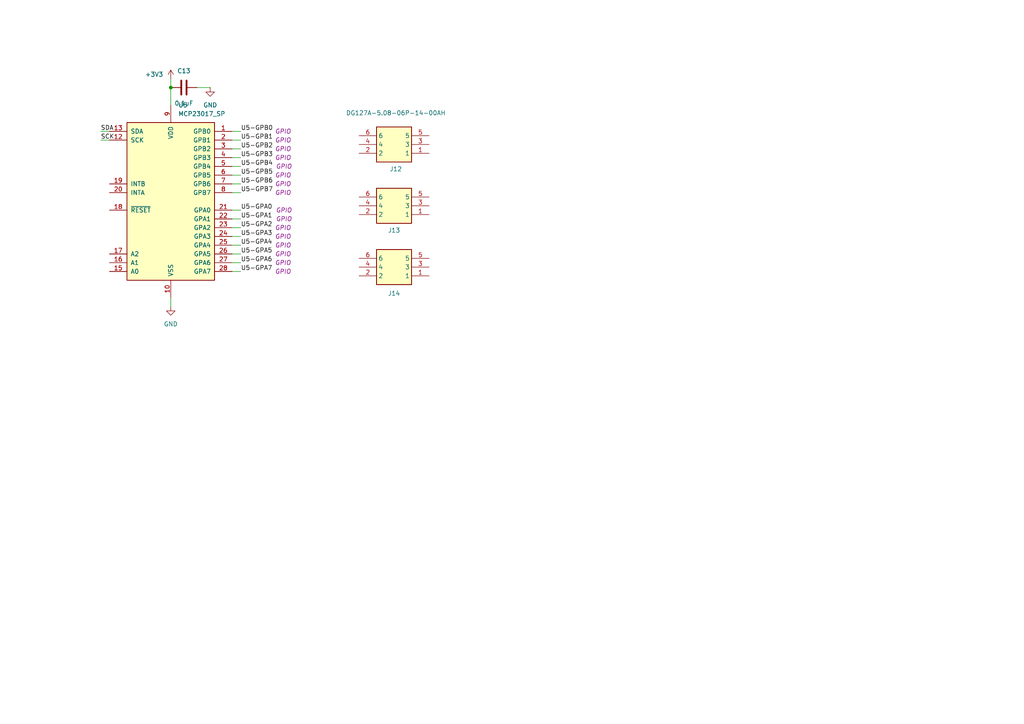
<source format=kicad_sch>
(kicad_sch (version 20250114) (generator "eeschema") (generator_version "9.0")
  (paper "A4")
  (lib_symbols
    (symbol "1_tme:DG127A-5.08-06P-14-00AH"
      (property "Reference" "J" (at 16.51 7.62 0))
      (property "Value" "DG127A-5.08-06P-14-00AH" (at 16.51 5.08 0))
      (symbol "DG127A-5.08-06P-14-00AH_1_1"
        (rectangle (start 5.08 2.54) (end 15.24 -7.62) (stroke (width 0.254)) (fill (type background)))
        (pin passive line (at 0 0 0) (length 5.08) (name "2") (number "2"))
        (pin passive line (at 0 -2.54 0) (length 5.08) (name "4") (number "4"))
        (pin passive line (at 0 -5.08 0) (length 5.08) (name "6") (number "6"))
        (pin passive line (at 20.32 0 180) (length 5.08) (name "1") (number "1"))
        (pin passive line (at 20.32 -2.54 180) (length 5.08) (name "3") (number "3"))
        (pin passive line (at 20.32 -5.08 180) (length 5.08) (name "5") (number "5"))
      )
    )
    (symbol "Device:C" (pin_numbers (hide yes)) (pin_names (offset 0.254))
      (property "Reference" "C" (at 0.635 2.54 0))
      (property "Value" "C" (at 0.635 -2.54 0))
      (symbol "C_0_1"
        (polyline (pts (xy -2.032 0.762) (xy 2.032 0.762)) (stroke (width 0.508)))
        (polyline (pts (xy -2.032 -0.762) (xy 2.032 -0.762)) (stroke (width 0.508)))
      )
      (symbol "C_1_1"
        (pin passive line (at 0 3.81 270) (length 2.794) (name "~") (number "1"))
        (pin passive line (at 0 -3.81 90) (length 2.794) (name "~") (number "2"))
      )
    )
    (symbol "Interface_Expansion:MCP23017_SP" (pin_names (offset 1.016))
      (property "Reference" "U" (at -11.43 24.13 0))
      (property "Value" "MCP23017_SP" (at 0 0 0))
      (symbol "MCP23017_SP_0_1"
        (rectangle (start -12.7 22.86) (end 12.7 -22.86) (stroke (width 0.254)) (fill (type background)))
      )
      (symbol "MCP23017_SP_1_1"
        (pin bidirectional line (at -17.78 20.32 0) (length 5.08) (name "SDA") (number "13"))
        (pin input line (at -17.78 17.78 0) (length 5.08) (name "SCK") (number "12"))
        (pin tri_state line (at -17.78 5.08 0) (length 5.08) (name "INTB") (number "19"))
        (pin tri_state line (at -17.78 2.54 0) (length 5.08) (name "INTA") (number "20"))
        (pin input line (at -17.78 -2.54 0) (length 5.08) (name "~{RESET}") (number "18"))
        (pin input line (at -17.78 -15.24 0) (length 5.08) (name "A2") (number "17"))
        (pin input line (at -17.78 -17.78 0) (length 5.08) (name "A1") (number "16"))
        (pin input line (at -17.78 -20.32 0) (length 5.08) (name "A0") (number "15"))
        (pin no_connect line (at -12.7 15.24 0) (length 5.08) (hide yes) (name "NC") (number "11"))
        (pin no_connect line (at -12.7 12.7 0) (length 5.08) (hide yes) (name "NC") (number "14"))
        (pin power_in line (at 0 27.94 270) (length 5.08) (name "VDD") (number "9"))
        (pin power_in line (at 0 -27.94 90) (length 5.08) (name "VSS") (number "10"))
        (pin bidirectional line (at 17.78 20.32 180) (length 5.08) (name "GPB0") (number "1"))
        (pin bidirectional line (at 17.78 17.78 180) (length 5.08) (name "GPB1") (number "2"))
        (pin bidirectional line (at 17.78 15.24 180) (length 5.08) (name "GPB2") (number "3"))
        (pin bidirectional line (at 17.78 12.7 180) (length 5.08) (name "GPB3") (number "4"))
        (pin bidirectional line (at 17.78 10.16 180) (length 5.08) (name "GPB4") (number "5"))
        (pin bidirectional line (at 17.78 7.62 180) (length 5.08) (name "GPB5") (number "6"))
        (pin bidirectional line (at 17.78 5.08 180) (length 5.08) (name "GPB6") (number "7"))
        (pin output line (at 17.78 2.54 180) (length 5.08) (name "GPB7") (number "8"))
        (pin bidirectional line (at 17.78 -2.54 180) (length 5.08) (name "GPA0") (number "21"))
        (pin bidirectional line (at 17.78 -5.08 180) (length 5.08) (name "GPA1") (number "22"))
        (pin bidirectional line (at 17.78 -7.62 180) (length 5.08) (name "GPA2") (number "23"))
        (pin bidirectional line (at 17.78 -10.16 180) (length 5.08) (name "GPA3") (number "24"))
        (pin bidirectional line (at 17.78 -12.7 180) (length 5.08) (name "GPA4") (number "25"))
        (pin bidirectional line (at 17.78 -15.24 180) (length 5.08) (name "GPA5") (number "26"))
        (pin bidirectional line (at 17.78 -17.78 180) (length 5.08) (name "GPA6") (number "27"))
        (pin output line (at 17.78 -20.32 180) (length 5.08) (name "GPA7") (number "28"))
      )
    )
    (symbol "power:+5VD" (power) (pin_numbers (hide yes)) (pin_names (offset 0) (hide yes))
      (property "Value" "+5VD" (at 0 3.556 0))
      (symbol "+5VD_0_1"
        (polyline (pts (xy -0.762 1.27) (xy 0 2.54)))
        (polyline (pts (xy 0 2.54) (xy 0.762 1.27)))
        (polyline (pts (xy 0 0) (xy 0 2.54)))
      )
      (symbol "+5VD_1_1"
        (pin power_in line (at 0 0 90) (length 0) (name "~") (number "1"))
      )
    )
    (symbol "power:GND" (power) (pin_numbers (hide yes)) (pin_names (offset 0) (hide yes))
      (property "Value" "GND" (at 0 -3.81 0))
      (symbol "GND_0_1"
        (polyline (pts (xy 0 0) (xy 0 -1.27) (xy 1.27 -1.27) (xy 0 -2.54) (xy -1.27 -1.27) (xy 0 -1.27)))
      )
      (symbol "GND_1_1"
        (pin power_in line (at 0 0 270) (length 0) (name "~") (number "1"))
      )
    )
  )
  (junction (at 49.53 25.4))
  (wire (pts (xy 29.21 40.64) (xy 31.75 40.64)))
  (wire (pts (xy 69.85 45.72) (xy 67.31 45.72)))
  (wire (pts (xy 69.85 66.04) (xy 67.31 66.04)))
  (wire (pts (xy 69.85 73.66) (xy 67.31 73.66)))
  (wire (pts (xy 69.85 68.58) (xy 67.31 68.58)))
  (wire (pts (xy 69.85 40.64) (xy 67.31 40.64)))
  (wire (pts (xy 69.85 43.18) (xy 67.31 43.18)))
  (wire (pts (xy 69.85 48.26) (xy 67.31 48.26)))
  (wire (pts (xy 69.85 63.5) (xy 67.31 63.5)))
  (wire (pts (xy 69.85 55.88) (xy 67.31 55.88)))
  (wire (pts (xy 69.85 76.2) (xy 67.31 76.2)))
  (wire (pts (xy 29.21 38.1) (xy 31.75 38.1)))
  (wire (pts (xy 49.53 25.4) (xy 49.53 30.48)))
  (wire (pts (xy 69.85 60.96) (xy 67.31 60.96)))
  (wire (pts (xy 60.96 25.4) (xy 57.15 25.4)))
  (wire (pts (xy 69.85 78.74) (xy 67.31 78.74)))
  (wire (pts (xy 49.53 22.86) (xy 49.53 25.4)))
  (wire (pts (xy 49.53 86.36) (xy 49.53 88.9)))
  (wire (pts (xy 69.85 38.1) (xy 67.31 38.1)))
  (wire (pts (xy 69.85 50.8) (xy 67.31 50.8)))
  (wire (pts (xy 69.85 53.34) (xy 67.31 53.34)))
  (wire (pts (xy 69.85 71.12) (xy 67.31 71.12)))
  (label "SCK" (at 29.21 40.64 0))
  (label "U5-GPB1" (at 69.85 40.64 0) (property "Netclass" "GPIO" (at 79.756 40.64 0) (effects (font (italic yes)) (justify left))))
  (label "U5-GPA2" (at 69.85 66.04 0) (property "Netclass" "GPIO" (at 79.756 66.04 0) (effects (font (italic yes)) (justify left))))
  (label "U5-GPB2" (at 69.85 43.18 0) (property "Netclass" "GPIO" (at 79.756 43.18 0) (effects (font (italic yes)) (justify left))))
  (label "U5-GPB0" (at 69.85 38.1 0) (property "Netclass" "GPIO" (at 79.756 38.1 0) (effects (font (italic yes)) (justify left))))
  (label "SDA" (at 29.21 38.1 0))
  (label "U5-GPA3" (at 69.85 68.58 0) (property "Netclass" "GPIO" (at 79.756 68.58 0) (effects (font (italic yes)) (justify left))))
  (label "U5-GPB5" (at 69.85 50.8 0) (property "Netclass" "GPIO" (at 79.756 50.8 0) (effects (font (italic yes)) (justify left))))
  (label "U5-GPB7" (at 69.85 55.88 0) (property "Netclass" "GPIO" (at 79.756 55.88 0) (effects (font (italic yes)) (justify left))))
  (label "U5-GPA5" (at 69.85 73.66 0) (property "Netclass" "GPIO" (at 79.756 73.66 0) (effects (font (italic yes)) (justify left))))
  (label "U5-GPB4" (at 69.85 48.26 0) (property "Netclass" "GPIO" (at 80.01 48.26 0) (effects (font (italic yes)) (justify left))))
  (label "U5-GPB6" (at 69.85 53.34 0) (property "Netclass" "GPIO" (at 79.756 53.34 0) (effects (font (italic yes)) (justify left))))
  (label "U5-GPA4" (at 69.85 71.12 0) (property "Netclass" "GPIO" (at 79.756 71.12 0) (effects (font (italic yes)) (justify left))))
  (label "U5-GPA0" (at 69.85 60.96 0) (property "Netclass" "GPIO" (at 80.01 60.96 0) (effects (font (italic yes)) (justify left))))
  (label "U5-GPB3" (at 69.85 45.72 0) (property "Netclass" "GPIO" (at 79.756 45.72 0) (effects (font (italic yes)) (justify left))))
  (label "U5-GPA7" (at 69.85 78.74 0) (property "Netclass" "GPIO" (at 79.756 78.74 0) (effects (font (italic yes)) (justify left))))
  (label "U5-GPA6" (at 69.85 76.2 0) (property "Netclass" "GPIO" (at 79.756 76.2 0) (effects (font (italic yes)) (justify left))))
  (label "U5-GPA1" (at 69.85 63.5 0) (property "Netclass" "GPIO" (at 80.01 63.5 0) (effects (font (italic yes)) (justify left))))
  (symbol (lib_id "power:GND") (at 60.96 25.4 0) (unit 1)
    (property "Reference" "#PWR040" (effects (hide yes)))
    (property "Value" "GND" (at 60.96 30.48 0))
    (property "Description" "Power symbol creates a global label with name \"GND\" , ground" (effects (hide yes)))
  )
  (symbol (lib_id "power:+5VD") (at 49.53 22.86 0) (unit 1)
    (property "Reference" "#PWR011" (effects (hide yes)))
    (property "Value" "+3V3" (at 44.704 21.59 0))
    (property "Description" "Power symbol creates a global label with name \"+5VD\"" (effects (hide yes)))
  )
  (symbol (lib_id "1_tme:DG127A-5.08-06P-14-00AH") (at 104.14 44.45 0) (mirror x) (unit 1)
    (property "Reference" "J12" (at 114.808 49.022 0))
    (property "Value" "DG127A-5.08-06P-14-00AH" (at 114.808 32.766 0))
    (property "Footprint" "DG127A50806P1400AH" (effects (hide yes)))
    (property "Datasheet" "https://www.degson.com/index.php?a=downloadFile&id=1094971&name=%27ZmlsZTQ=%27&lang=en" (effects (hide yes)))
    (property "Description" "PCB terminal block; angled 90; 5.08mm; ways: 6; on PCBs; terminal" (effects (hide yes)))
    (property "Height" "19.41" (effects (hide yes)))
    (property "Manufacturer_Name" "Degson" (effects (hide yes)))
    (property "Manufacturer_Part_Number" "DG127A-5.08-06P-14-00AH" (effects (hide yes)))
  )
  (symbol (lib_id "Interface_Expansion:MCP23017_SP") (at 49.53 58.42 0) (unit 1)
    (property "Reference" "U5" (at 51.6733 30.48 0) (effects (justify left)))
    (property "Value" "MCP23017_SP" (at 51.6733 33.02 0) (effects (justify left)))
    (property "Footprint" "Package_DIP:DIP-28_W7.62mm" (effects (hide yes)))
    (property "Datasheet" "https://ww1.microchip.com/downloads/aemDocuments/documents/APID/ProductDocuments/DataSheets/MCP23017-Data-Sheet-DS20001952.pdf" (effects (hide yes)))
    (property "Description" "16-bit I/O expander, I2C, interrupts, w pull-ups, SPDIP-28" (effects (hide yes)))
  )
  (symbol (lib_id "1_tme:DG127A-5.08-06P-14-00AH") (at 104.14 80.01 0) (mirror x) (unit 1)
    (property "Reference" "J14" (at 114.3 85.09 0))
    (property "Value" "DG127A-5.08-06P-14-00AH" (effects (hide yes)))
    (property "Footprint" "DG127A50806P1400AH" (effects (hide yes)))
    (property "Datasheet" "https://www.degson.com/index.php?a=downloadFile&id=1094971&name=%27ZmlsZTQ=%27&lang=en" (effects (hide yes)))
    (property "Description" "PCB terminal block; angled 90; 5.08mm; ways: 6; on PCBs; terminal" (effects (hide yes)))
    (property "Height" "19.41" (effects (hide yes)))
    (property "Manufacturer_Name" "Degson" (effects (hide yes)))
    (property "Manufacturer_Part_Number" "DG127A-5.08-06P-14-00AH" (effects (hide yes)))
  )
  (symbol (lib_id "power:GND") (at 49.53 88.9 0) (unit 1)
    (property "Reference" "#PWR012" (effects (hide yes)))
    (property "Value" "GND" (at 49.53 93.98 0))
    (property "Description" "Power symbol creates a global label with name \"GND\" , ground" (effects (hide yes)))
  )
  (symbol (lib_id "Device:C") (at 53.34 25.4 90) (unit 1)
    (property "Reference" "C13" (at 53.34 20.574 90))
    (property "Value" "0.1uF" (at 53.34 29.972 90))
    (property "Footprint" "Capacitor_SMD:C_0805_2012Metric_Pad1.18x1.45mm_HandSolder" (effects (hide yes)))
    (property "Description" "Unpolarized capacitor" (effects (hide yes)))
  )
  (symbol (lib_id "1_tme:DG127A-5.08-06P-14-00AH") (at 104.14 62.23 0) (mirror x) (unit 1)
    (property "Reference" "J13" (at 114.3 66.802 0))
    (property "Value" "DG127A-5.08-06P-14-00AH" (effects (hide yes)))
    (property "Footprint" "DG127A50806P1400AH" (effects (hide yes)))
    (property "Datasheet" "https://www.degson.com/index.php?a=downloadFile&id=1094971&name=%27ZmlsZTQ=%27&lang=en" (effects (hide yes)))
    (property "Description" "PCB terminal block; angled 90; 5.08mm; ways: 6; on PCBs; terminal" (effects (hide yes)))
    (property "Height" "19.41" (effects (hide yes)))
    (property "Manufacturer_Name" "Degson" (effects (hide yes)))
    (property "Manufacturer_Part_Number" "DG127A-5.08-06P-14-00AH" (effects (hide yes)))
  )
)
</source>
